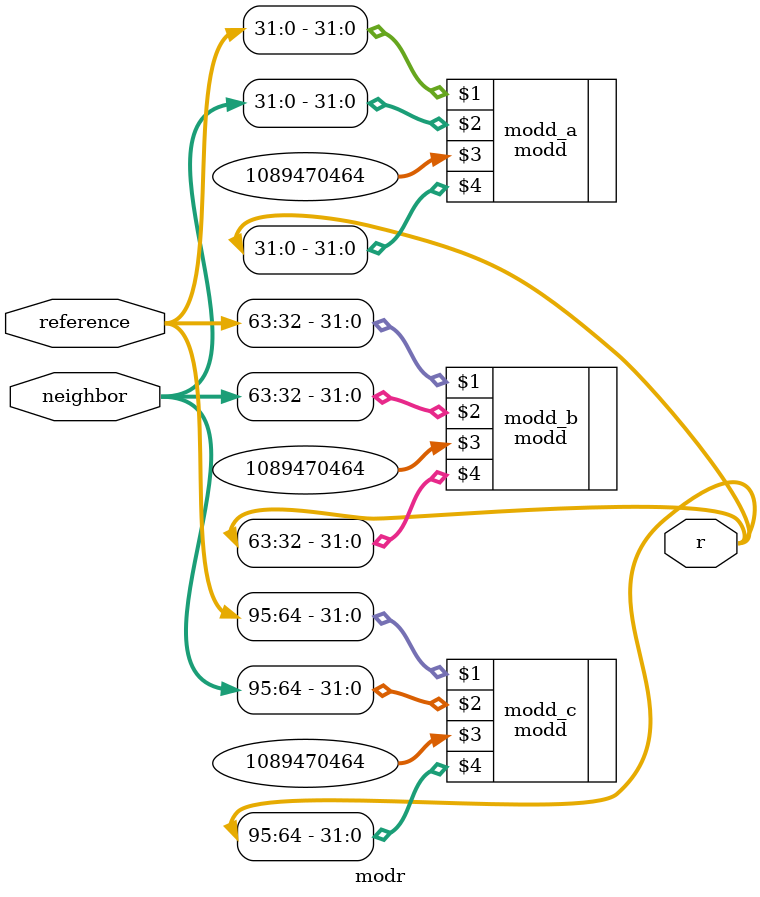
<source format=v>
`timescale 1ns / 1ps


module modr(
    input [95:0] reference,
    input [95:0] neighbor,
    output [95:0] r
    );
    
    modd modd_a(reference[0+:32],neighbor[0+:32],32'h40F00000,r[0+:32]);
    modd modd_b(reference[32+:32],neighbor[32+:32],32'h40F00000,r[32+:32]);
    modd modd_c(reference[64+:32],neighbor[64+:32],32'h40F00000,r[64+:32]);
    
endmodule

</source>
